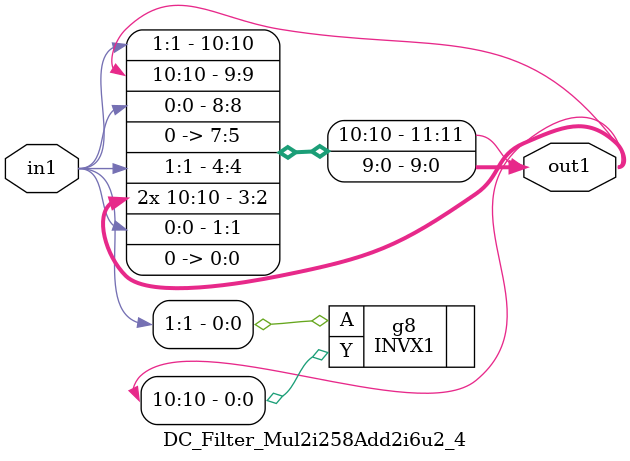
<source format=v>
`timescale 1ps / 1ps


module DC_Filter_Mul2i258Add2i6u2_4(in1, out1);
  input [1:0] in1;
  output [11:0] out1;
  wire [1:0] in1;
  wire [11:0] out1;
  assign out1[0] = 1'b0;
  assign out1[1] = in1[0];
  assign out1[2] = out1[10];
  assign out1[3] = out1[10];
  assign out1[4] = in1[1];
  assign out1[5] = 1'b0;
  assign out1[6] = 1'b0;
  assign out1[7] = 1'b0;
  assign out1[8] = in1[0];
  assign out1[9] = out1[10];
  assign out1[11] = in1[1];
  INVX1 g8(.A (in1[1]), .Y (out1[10]));
endmodule



</source>
